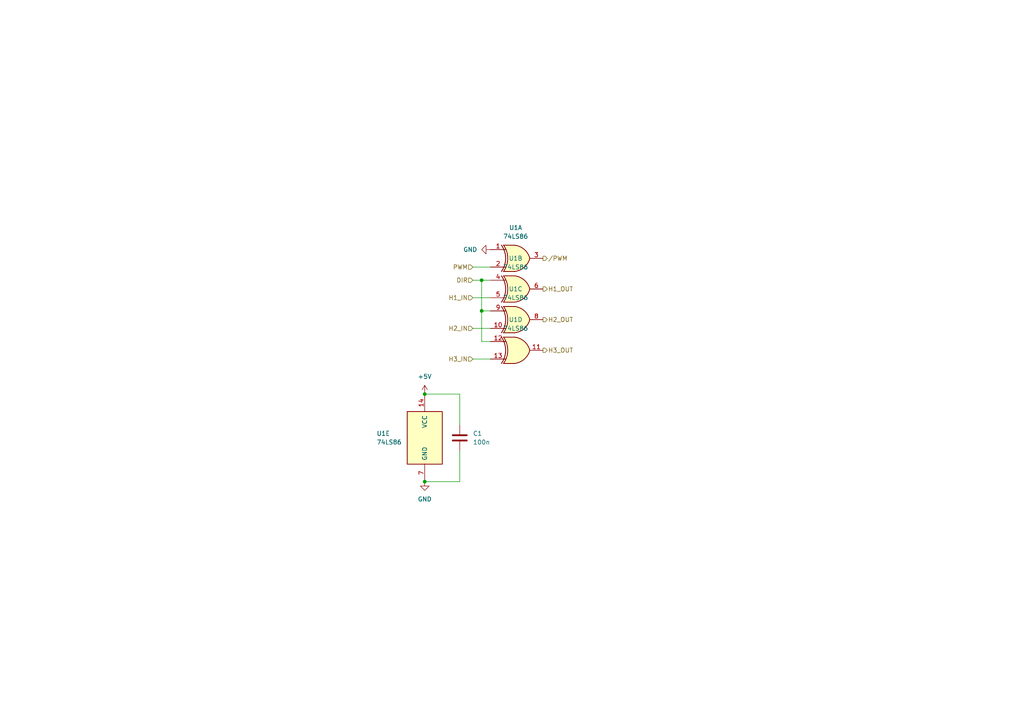
<source format=kicad_sch>
(kicad_sch (version 20230121) (generator eeschema)
  (paper "A4")
  (lib_symbols
    (symbol "74xx:74LS86" (pin_names (offset 1.016))
      (property "Reference" "U" (at 0 1.27 0))
      (property "Value" "74LS86" (at 0 -1.27 0))
      (symbol "74LS86_1_0"
        (arc (start -4.4196 -3.81) (mid -3.2033 0) (end -4.4196 3.81) (stroke (width 0.254)))
        (arc (start -3.81 -3.81) (mid -2.589 0) (end -3.81 3.81) (stroke (width 0.254)))
        (arc (start -0.6096 -3.81) (mid 2.1842 -2.5851) (end 3.81 0) (stroke (width 0.254)) (fill (type background)))
        (polyline (pts (xy -3.81 -3.81) (xy -0.635 -3.81)) (stroke (width 0.254)) (fill (type background)))
        (polyline (pts (xy -3.81 3.81) (xy -0.635 3.81)) (stroke (width 0.254)) (fill (type background)))
        (polyline (pts (xy -0.635 3.81) (xy -3.81 3.81) (xy -3.81 3.81) (xy -3.556 3.4036) (xy -3.0226 2.2606) (xy -2.6924 1.0414) (xy -2.6162 -0.254) (xy -2.7686 -1.4986) (xy -3.175 -2.7178) (xy -3.81 -3.81) (xy -3.81 -3.81) (xy -0.635 -3.81)) (stroke (width -25.4)) (fill (type background)))
        (arc (start 3.81 0) (mid 2.1915 2.5936) (end -0.6096 3.81) (stroke (width 0.254)) (fill (type background)))
        (pin input line (at -7.62 2.54 0) (length 4.445) (name "~") (number "1"))
        (pin input line (at -7.62 -2.54 0) (length 4.445) (name "~") (number "2"))
        (pin output line (at 7.62 0 180) (length 3.81) (name "~") (number "3"))
      )
      (symbol "74LS86_1_1"
        (polyline (pts (xy -3.81 -2.54) (xy -3.175 -2.54)) (stroke (width 0.1524)))
        (polyline (pts (xy -3.81 2.54) (xy -3.175 2.54)) (stroke (width 0.1524)))
      )
      (symbol "74LS86_2_0"
        (arc (start -4.4196 -3.81) (mid -3.2033 0) (end -4.4196 3.81) (stroke (width 0.254)))
        (arc (start -3.81 -3.81) (mid -2.589 0) (end -3.81 3.81) (stroke (width 0.254)))
        (arc (start -0.6096 -3.81) (mid 2.1842 -2.5851) (end 3.81 0) (stroke (width 0.254)) (fill (type background)))
        (polyline (pts (xy -3.81 -3.81) (xy -0.635 -3.81)) (stroke (width 0.254)) (fill (type background)))
        (polyline (pts (xy -3.81 3.81) (xy -0.635 3.81)) (stroke (width 0.254)) (fill (type background)))
        (polyline (pts (xy -0.635 3.81) (xy -3.81 3.81) (xy -3.81 3.81) (xy -3.556 3.4036) (xy -3.0226 2.2606) (xy -2.6924 1.0414) (xy -2.6162 -0.254) (xy -2.7686 -1.4986) (xy -3.175 -2.7178) (xy -3.81 -3.81) (xy -3.81 -3.81) (xy -0.635 -3.81)) (stroke (width -25.4)) (fill (type background)))
        (arc (start 3.81 0) (mid 2.1915 2.5936) (end -0.6096 3.81) (stroke (width 0.254)) (fill (type background)))
        (pin input line (at -7.62 2.54 0) (length 4.445) (name "~") (number "4"))
        (pin input line (at -7.62 -2.54 0) (length 4.445) (name "~") (number "5"))
        (pin output line (at 7.62 0 180) (length 3.81) (name "~") (number "6"))
      )
      (symbol "74LS86_2_1"
        (polyline (pts (xy -3.81 -2.54) (xy -3.175 -2.54)) (stroke (width 0.1524)))
        (polyline (pts (xy -3.81 2.54) (xy -3.175 2.54)) (stroke (width 0.1524)))
      )
      (symbol "74LS86_3_0"
        (arc (start -4.4196 -3.81) (mid -3.2033 0) (end -4.4196 3.81) (stroke (width 0.254)))
        (arc (start -3.81 -3.81) (mid -2.589 0) (end -3.81 3.81) (stroke (width 0.254)))
        (arc (start -0.6096 -3.81) (mid 2.1842 -2.5851) (end 3.81 0) (stroke (width 0.254)) (fill (type background)))
        (polyline (pts (xy -3.81 -3.81) (xy -0.635 -3.81)) (stroke (width 0.254)) (fill (type background)))
        (polyline (pts (xy -3.81 3.81) (xy -0.635 3.81)) (stroke (width 0.254)) (fill (type background)))
        (polyline (pts (xy -0.635 3.81) (xy -3.81 3.81) (xy -3.81 3.81) (xy -3.556 3.4036) (xy -3.0226 2.2606) (xy -2.6924 1.0414) (xy -2.6162 -0.254) (xy -2.7686 -1.4986) (xy -3.175 -2.7178) (xy -3.81 -3.81) (xy -3.81 -3.81) (xy -0.635 -3.81)) (stroke (width -25.4)) (fill (type background)))
        (arc (start 3.81 0) (mid 2.1915 2.5936) (end -0.6096 3.81) (stroke (width 0.254)) (fill (type background)))
        (pin input line (at -7.62 -2.54 0) (length 4.445) (name "~") (number "10"))
        (pin output line (at 7.62 0 180) (length 3.81) (name "~") (number "8"))
        (pin input line (at -7.62 2.54 0) (length 4.445) (name "~") (number "9"))
      )
      (symbol "74LS86_3_1"
        (polyline (pts (xy -3.81 -2.54) (xy -3.175 -2.54)) (stroke (width 0.1524)))
        (polyline (pts (xy -3.81 2.54) (xy -3.175 2.54)) (stroke (width 0.1524)))
      )
      (symbol "74LS86_4_0"
        (arc (start -4.4196 -3.81) (mid -3.2033 0) (end -4.4196 3.81) (stroke (width 0.254)))
        (arc (start -3.81 -3.81) (mid -2.589 0) (end -3.81 3.81) (stroke (width 0.254)))
        (arc (start -0.6096 -3.81) (mid 2.1842 -2.5851) (end 3.81 0) (stroke (width 0.254)) (fill (type background)))
        (polyline (pts (xy -3.81 -3.81) (xy -0.635 -3.81)) (stroke (width 0.254)) (fill (type background)))
        (polyline (pts (xy -3.81 3.81) (xy -0.635 3.81)) (stroke (width 0.254)) (fill (type background)))
        (polyline (pts (xy -0.635 3.81) (xy -3.81 3.81) (xy -3.81 3.81) (xy -3.556 3.4036) (xy -3.0226 2.2606) (xy -2.6924 1.0414) (xy -2.6162 -0.254) (xy -2.7686 -1.4986) (xy -3.175 -2.7178) (xy -3.81 -3.81) (xy -3.81 -3.81) (xy -0.635 -3.81)) (stroke (width -25.4)) (fill (type background)))
        (arc (start 3.81 0) (mid 2.1915 2.5936) (end -0.6096 3.81) (stroke (width 0.254)) (fill (type background)))
        (pin output line (at 7.62 0 180) (length 3.81) (name "~") (number "11"))
        (pin input line (at -7.62 2.54 0) (length 4.445) (name "~") (number "12"))
        (pin input line (at -7.62 -2.54 0) (length 4.445) (name "~") (number "13"))
      )
      (symbol "74LS86_4_1"
        (polyline (pts (xy -3.81 -2.54) (xy -3.175 -2.54)) (stroke (width 0.1524)))
        (polyline (pts (xy -3.81 2.54) (xy -3.175 2.54)) (stroke (width 0.1524)))
      )
      (symbol "74LS86_5_0"
        (pin power_in line (at 0 12.7 270) (length 5.08) (name "VCC") (number "14"))
        (pin power_in line (at 0 -12.7 90) (length 5.08) (name "GND") (number "7"))
      )
      (symbol "74LS86_5_1"
        (rectangle (start -5.08 7.62) (end 5.08 -7.62) (stroke (width 0.254)) (fill (type background)))
      )
    )
    (symbol "Device:C" (pin_numbers hide) (pin_names (offset 0.254))
      (property "Reference" "C" (at 0.635 2.54 0))
      (property "Value" "C" (at 0.635 -2.54 0))
      (symbol "C_0_1"
        (polyline (pts (xy -2.032 -0.762) (xy 2.032 -0.762)) (stroke (width 0.508)))
        (polyline (pts (xy -2.032 0.762) (xy 2.032 0.762)) (stroke (width 0.508)))
      )
      (symbol "C_1_1"
        (pin passive line (at 0 3.81 270) (length 2.794) (name "~") (number "1"))
        (pin passive line (at 0 -3.81 90) (length 2.794) (name "~") (number "2"))
      )
    )
    (symbol "power:+5V" (power) (pin_names (offset 0))
      (property "Value" "+5V" (at 0 3.556 0))
      (symbol "+5V_0_1"
        (polyline (pts (xy -0.762 1.27) (xy 0 2.54)))
        (polyline (pts (xy 0 0) (xy 0 2.54)))
        (polyline (pts (xy 0 2.54) (xy 0.762 1.27)))
      )
      (symbol "+5V_1_1"
        (pin power_in line (at 0 0 90) (length 0) hide (name "+5V") (number "1"))
      )
    )
    (symbol "power:GND" (power) (pin_names (offset 0))
      (property "Value" "GND" (at 0 -3.81 0))
      (symbol "GND_0_1"
        (polyline (pts (xy 0 0) (xy 0 -1.27) (xy 1.27 -1.27) (xy 0 -2.54) (xy -1.27 -1.27) (xy 0 -1.27)))
      )
      (symbol "GND_1_1"
        (pin power_in line (at 0 0 270) (length 0) hide (name "GND") (number "1"))
      )
    )
  )
  (junction (at 139.7 90.17))
  (junction (at 123.19 114.3))
  (junction (at 139.7 81.28))
  (junction (at 123.19 139.7))
  (wire (pts (xy 133.35 139.7) (xy 123.19 139.7)))
  (wire (pts (xy 139.7 81.28) (xy 142.24 81.28)))
  (wire (pts (xy 139.7 90.17) (xy 142.24 90.17)))
  (wire (pts (xy 133.35 114.3) (xy 133.35 123.19)))
  (wire (pts (xy 137.16 95.25) (xy 142.24 95.25)))
  (wire (pts (xy 142.24 99.06) (xy 139.7 99.06)))
  (wire (pts (xy 137.16 81.28) (xy 139.7 81.28)))
  (wire (pts (xy 137.16 77.47) (xy 142.24 77.47)))
  (wire (pts (xy 137.16 86.36) (xy 142.24 86.36)))
  (wire (pts (xy 139.7 90.17) (xy 139.7 99.06)))
  (wire (pts (xy 137.16 104.14) (xy 142.24 104.14)))
  (wire (pts (xy 139.7 81.28) (xy 139.7 90.17)))
  (wire (pts (xy 123.19 114.3) (xy 133.35 114.3)))
  (wire (pts (xy 133.35 130.81) (xy 133.35 139.7)))
  (hierarchical_label "DIR" (shape input) (at 137.16 81.28 180))
  (hierarchical_label "PWM" (shape input) (at 137.16 77.47 180))
  (hierarchical_label "{slash}PWM" (shape output) (at 157.48 74.93 0))
  (hierarchical_label "H3_IN" (shape input) (at 137.16 104.14 180))
  (hierarchical_label "H3_OUT" (shape output) (at 157.48 101.6 0))
  (hierarchical_label "H1_IN" (shape input) (at 137.16 86.36 180))
  (hierarchical_label "H2_OUT" (shape output) (at 157.48 92.71 0))
  (hierarchical_label "H2_IN" (shape input) (at 137.16 95.25 180))
  (hierarchical_label "H1_OUT" (shape output) (at 157.48 83.82 0))
  (symbol (lib_id "74xx:74LS86") (at 149.86 92.71 0) (unit 3)
    (property "Reference" "U1" (at 149.5552 83.82 0))
    (property "Value" "74LS86" (at 149.5552 86.36 0))
    (property "Footprint" "Package_DIP:DIP-14_W7.62mm_Socket_LongPads" (effects hide))
    (property "Datasheet" "74xx/74ls86.pdf" (effects hide))
    (instances (project "main" (path "" (reference "U1") (unit 3)) (path "" (reference "U2") (unit 3))))
  )
  (symbol (lib_id "74xx:74LS86") (at 123.19 127 0) (unit 5)
    (property "Reference" "U1" (at 109.22 125.73 0) (effects (justify left)))
    (property "Value" "74LS86" (at 109.22 128.27 0) (effects (justify left)))
    (property "Footprint" "Package_DIP:DIP-14_W7.62mm_Socket_LongPads" (effects hide))
    (property "Datasheet" "74xx/74ls86.pdf" (effects hide))
    (instances (project "main" (path "" (reference "U1") (unit 5)) (path "" (reference "U2") (unit 5))))
  )
  (symbol (lib_id "Device:C") (at 133.35 127 0) (unit 1)
    (property "Reference" "C1" (at 137.16 125.73 0) (effects (justify left)))
    (property "Value" "100n" (at 137.16 128.27 0) (effects (justify left)))
    (instances (project "main" (path "" (reference "C1") (unit 1)) (path "" (reference "C2") (unit 1))))
  )
  (symbol (lib_id "power:GND") (at 142.24 72.39 270) (unit 1)
    (property "Reference" "#PWR03" (effects hide))
    (property "Value" "GND" (at 138.43 72.39 90) (effects (justify right)))
    (instances (project "main" (path "" (reference "#PWR03") (unit 1)) (path "" (reference "#PWR06") (unit 1))))
  )
  (symbol (lib_id "power:+5V") (at 123.19 114.3 0) (unit 1)
    (property "Reference" "#PWR01" (effects hide))
    (property "Value" "+5V" (at 123.19 109.22 0))
    (instances (project "main" (path "" (reference "#PWR01") (unit 1)) (path "" (reference "#PWR04") (unit 1))))
  )
  (symbol (lib_id "power:GND") (at 123.19 139.7 0) (unit 1)
    (property "Reference" "#PWR02" (effects hide))
    (property "Value" "GND" (at 123.19 144.78 0))
    (instances (project "main" (path "" (reference "#PWR02") (unit 1)) (path "" (reference "#PWR05") (unit 1))))
  )
  (symbol (lib_id "74xx:74LS86") (at 149.86 101.6 0) (unit 4)
    (property "Reference" "U1" (at 149.5552 92.71 0))
    (property "Value" "74LS86" (at 149.5552 95.25 0))
    (property "Footprint" "Package_DIP:DIP-14_W7.62mm_Socket_LongPads" (effects hide))
    (property "Datasheet" "74xx/74ls86.pdf" (effects hide))
    (instances (project "main" (path "" (reference "U1") (unit 4)) (path "" (reference "U2") (unit 4))))
  )
  (symbol (lib_id "74xx:74LS86") (at 149.86 74.93 0) (unit 1)
    (property "Reference" "U1" (at 149.5552 66.04 0))
    (property "Value" "74LS86" (at 149.5552 68.58 0))
    (property "Footprint" "Package_DIP:DIP-14_W7.62mm_Socket_LongPads" (effects hide))
    (property "Datasheet" "74xx/74ls86.pdf" (effects hide))
    (instances (project "main" (path "" (reference "U1") (unit 1)) (path "" (reference "U2") (unit 1))))
  )
  (symbol (lib_id "74xx:74LS86") (at 149.86 83.82 0) (unit 2)
    (property "Reference" "U1" (at 149.5552 74.93 0))
    (property "Value" "74LS86" (at 149.5552 77.47 0))
    (property "Footprint" "Package_DIP:DIP-14_W7.62mm_Socket_LongPads" (effects hide))
    (property "Datasheet" "74xx/74ls86.pdf" (effects hide))
    (instances (project "main" (path "" (reference "U1") (unit 2)) (path "" (reference "U2") (unit 2))))
  )
)
</source>
